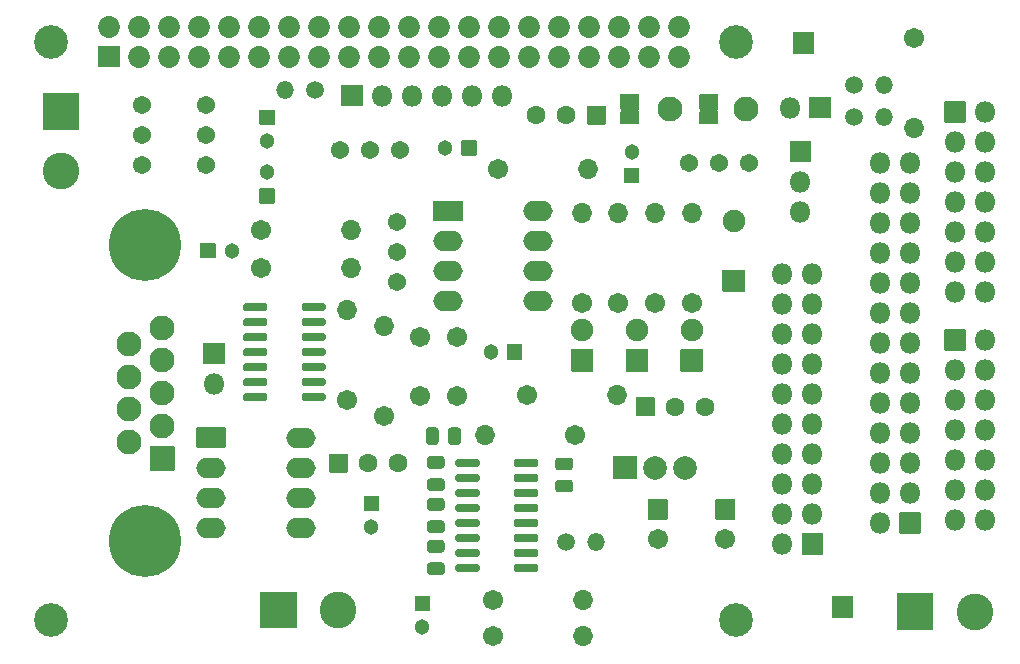
<source format=gbr>
G04 #@! TF.GenerationSoftware,KiCad,Pcbnew,(5.1.8)-1*
G04 #@! TF.CreationDate,2021-03-28T20:40:28+02:00*
G04 #@! TF.ProjectId,interface_MTM800E_V4,696e7465-7266-4616-9365-5f4d544d3830,V2*
G04 #@! TF.SameCoordinates,Original*
G04 #@! TF.FileFunction,Soldermask,Top*
G04 #@! TF.FilePolarity,Negative*
%FSLAX46Y46*%
G04 Gerber Fmt 4.6, Leading zero omitted, Abs format (unit mm)*
G04 Created by KiCad (PCBNEW (5.1.8)-1) date 2021-03-28 20:40:28*
%MOMM*%
%LPD*%
G01*
G04 APERTURE LIST*
%ADD10O,1.702000X1.702000*%
%ADD11C,1.702000*%
%ADD12O,1.502000X1.502000*%
%ADD13C,1.502000*%
%ADD14O,1.802000X1.802000*%
%ADD15C,2.102000*%
%ADD16C,1.302000*%
%ADD17C,0.100000*%
%ADD18C,2.852000*%
%ADD19C,1.852000*%
%ADD20O,1.902000X1.902000*%
%ADD21C,6.102000*%
%ADD22C,1.602000*%
%ADD23C,1.542000*%
%ADD24O,2.502000X1.702000*%
%ADD25C,3.102000*%
%ADD26C,2.012000*%
%ADD27C,1.902000*%
G04 APERTURE END LIST*
D10*
X94742000Y-101727000D03*
D11*
X87122000Y-101727000D03*
D12*
X95821500Y-93789500D03*
D13*
X93281500Y-93789500D03*
D10*
X94742000Y-98679000D03*
D11*
X87122000Y-98679000D03*
G36*
G01*
X112510000Y-52412000D02*
X112510000Y-50712000D01*
G75*
G02*
X112561000Y-50661000I51000J0D01*
G01*
X114261000Y-50661000D01*
G75*
G02*
X114312000Y-50712000I0J-51000D01*
G01*
X114312000Y-52412000D01*
G75*
G02*
X114261000Y-52463000I-51000J0D01*
G01*
X112561000Y-52463000D01*
G75*
G02*
X112510000Y-52412000I0J51000D01*
G01*
G37*
D14*
X128778000Y-91948000D03*
X126238000Y-91948000D03*
X128778000Y-89408000D03*
X126238000Y-89408000D03*
X128778000Y-86868000D03*
X126238000Y-86868000D03*
X128778000Y-84328000D03*
X126238000Y-84328000D03*
X128778000Y-81788000D03*
X126238000Y-81788000D03*
X128778000Y-79248000D03*
X126238000Y-79248000D03*
X128778000Y-76708000D03*
G36*
G01*
X125337000Y-77558000D02*
X125337000Y-75858000D01*
G75*
G02*
X125388000Y-75807000I51000J0D01*
G01*
X127088000Y-75807000D01*
G75*
G02*
X127139000Y-75858000I0J-51000D01*
G01*
X127139000Y-77558000D01*
G75*
G02*
X127088000Y-77609000I-51000J0D01*
G01*
X125388000Y-77609000D01*
G75*
G02*
X125337000Y-77558000I0J51000D01*
G01*
G37*
X128778000Y-72644000D03*
X126238000Y-72644000D03*
X128778000Y-70104000D03*
X126238000Y-70104000D03*
X128778000Y-67564000D03*
X126238000Y-67564000D03*
X128778000Y-65024000D03*
X126238000Y-65024000D03*
X128778000Y-62484000D03*
X126238000Y-62484000D03*
X128778000Y-59944000D03*
X126238000Y-59944000D03*
X128778000Y-57404000D03*
G36*
G01*
X125337000Y-58254000D02*
X125337000Y-56554000D01*
G75*
G02*
X125388000Y-56503000I51000J0D01*
G01*
X127088000Y-56503000D01*
G75*
G02*
X127139000Y-56554000I0J-51000D01*
G01*
X127139000Y-58254000D01*
G75*
G02*
X127088000Y-58305000I-51000J0D01*
G01*
X125388000Y-58305000D01*
G75*
G02*
X125337000Y-58254000I0J51000D01*
G01*
G37*
G36*
G01*
X115812000Y-100164000D02*
X115812000Y-98464000D01*
G75*
G02*
X115863000Y-98413000I51000J0D01*
G01*
X117563000Y-98413000D01*
G75*
G02*
X117614000Y-98464000I0J-51000D01*
G01*
X117614000Y-100164000D01*
G75*
G02*
X117563000Y-100215000I-51000J0D01*
G01*
X115863000Y-100215000D01*
G75*
G02*
X115812000Y-100164000I0J51000D01*
G01*
G37*
D15*
X108585000Y-57124600D03*
D12*
X69532500Y-55562500D03*
D13*
X72072500Y-55562500D03*
D16*
X68008500Y-62516000D03*
G36*
G01*
X68608501Y-65167000D02*
X67408499Y-65167000D01*
G75*
G02*
X67357500Y-65116001I0J50999D01*
G01*
X67357500Y-63915999D01*
G75*
G02*
X67408499Y-63865000I50999J0D01*
G01*
X68608501Y-63865000D01*
G75*
G02*
X68659500Y-63915999I0J-50999D01*
G01*
X68659500Y-65116001D01*
G75*
G02*
X68608501Y-65167000I-50999J0D01*
G01*
G37*
X68008500Y-59848500D03*
G36*
G01*
X67408499Y-57197500D02*
X68608501Y-57197500D01*
G75*
G02*
X68659500Y-57248499I0J-50999D01*
G01*
X68659500Y-58448501D01*
G75*
G02*
X68608501Y-58499500I-50999J0D01*
G01*
X67408499Y-58499500D01*
G75*
G02*
X67357500Y-58448501I0J50999D01*
G01*
X67357500Y-57248499D01*
G75*
G02*
X67408499Y-57197500I50999J0D01*
G01*
G37*
D10*
X122809000Y-58737500D03*
D11*
X122809000Y-51117500D03*
D10*
X77914500Y-75501500D03*
D11*
X77914500Y-83121500D03*
D10*
X74739500Y-74168000D03*
D11*
X74739500Y-81788000D03*
D17*
G36*
X104609980Y-57376650D02*
G01*
X104612882Y-57367083D01*
X104617595Y-57358266D01*
X104623938Y-57350538D01*
X104631710Y-57344165D01*
X105381710Y-56844165D01*
X105390532Y-56839462D01*
X105400103Y-56836570D01*
X105410053Y-56835600D01*
X105420002Y-56836590D01*
X105429566Y-56839503D01*
X105438290Y-56844165D01*
X106188290Y-57344165D01*
X106196025Y-57350500D01*
X106202375Y-57358222D01*
X106207097Y-57367034D01*
X106210010Y-57376598D01*
X106211000Y-57386600D01*
X106211000Y-58386600D01*
X106210020Y-58396550D01*
X106207118Y-58406117D01*
X106202405Y-58414934D01*
X106196062Y-58422662D01*
X106188334Y-58429005D01*
X106179517Y-58433718D01*
X106169950Y-58436620D01*
X106160000Y-58437600D01*
X104660000Y-58437600D01*
X104650050Y-58436620D01*
X104640483Y-58433718D01*
X104631666Y-58429005D01*
X104623938Y-58422662D01*
X104617595Y-58414934D01*
X104612882Y-58406117D01*
X104609980Y-58396550D01*
X104609000Y-58386600D01*
X104609000Y-57386600D01*
X104609980Y-57376650D01*
G37*
G36*
X104609980Y-55926650D02*
G01*
X104612882Y-55917083D01*
X104617595Y-55908266D01*
X104623938Y-55900538D01*
X104631666Y-55894195D01*
X104640483Y-55889482D01*
X104650050Y-55886580D01*
X104660000Y-55885600D01*
X106160000Y-55885600D01*
X106169950Y-55886580D01*
X106179517Y-55889482D01*
X106188334Y-55894195D01*
X106196062Y-55900538D01*
X106202405Y-55908266D01*
X106207118Y-55917083D01*
X106210020Y-55926650D01*
X106211000Y-55936600D01*
X106211000Y-57086600D01*
X106210020Y-57096550D01*
X106207118Y-57106117D01*
X106202405Y-57114934D01*
X106196062Y-57122662D01*
X106188334Y-57129005D01*
X106179517Y-57133718D01*
X106169950Y-57136620D01*
X106160000Y-57137600D01*
X106150050Y-57136620D01*
X106140483Y-57133718D01*
X106131710Y-57129035D01*
X105410000Y-56647895D01*
X104688290Y-57129035D01*
X104679468Y-57133738D01*
X104669897Y-57136630D01*
X104659947Y-57137600D01*
X104649998Y-57136610D01*
X104640434Y-57133697D01*
X104631622Y-57128975D01*
X104623900Y-57122625D01*
X104617565Y-57114890D01*
X104612862Y-57106068D01*
X104609970Y-57096497D01*
X104609000Y-57086600D01*
X104609000Y-55936600D01*
X104609980Y-55926650D01*
G37*
D18*
X107740000Y-100435000D03*
X49740000Y-100435000D03*
X107740000Y-51435000D03*
X49740000Y-51435000D03*
D19*
X102870000Y-52705000D03*
X102870000Y-50165000D03*
X100330000Y-52705000D03*
X100330000Y-50165000D03*
X97790000Y-52705000D03*
X97790000Y-50165000D03*
X95250000Y-52705000D03*
X95250000Y-50165000D03*
X92710000Y-52705000D03*
X92710000Y-50165000D03*
X85090000Y-50165000D03*
X85090000Y-52705000D03*
X80010000Y-50165000D03*
X80010000Y-52705000D03*
X77470000Y-50165000D03*
X77470000Y-52705000D03*
X74930000Y-50165000D03*
X74930000Y-52705000D03*
X72390000Y-50165000D03*
X72390000Y-52705000D03*
X69850000Y-50165000D03*
X69850000Y-52705000D03*
X67310000Y-50165000D03*
X67310000Y-52705000D03*
X64770000Y-50165000D03*
X64770000Y-52705000D03*
X62230000Y-50165000D03*
X62230000Y-52705000D03*
X59690000Y-50165000D03*
X59690000Y-52705000D03*
X57150000Y-50165000D03*
X57150000Y-52705000D03*
X54610000Y-50165000D03*
G36*
G01*
X53684000Y-53580000D02*
X53684000Y-51830000D01*
G75*
G02*
X53735000Y-51779000I51000J0D01*
G01*
X55485000Y-51779000D01*
G75*
G02*
X55536000Y-51830000I0J-51000D01*
G01*
X55536000Y-53580000D01*
G75*
G02*
X55485000Y-53631000I-51000J0D01*
G01*
X53735000Y-53631000D01*
G75*
G02*
X53684000Y-53580000I0J51000D01*
G01*
G37*
X82550000Y-52705000D03*
X82550000Y-50165000D03*
X90170000Y-50165000D03*
X90170000Y-52705000D03*
X87630000Y-50165000D03*
X87630000Y-52705000D03*
D16*
X64992000Y-69151500D03*
G36*
G01*
X62341000Y-69751501D02*
X62341000Y-68551499D01*
G75*
G02*
X62391999Y-68500500I50999J0D01*
G01*
X63592001Y-68500500D01*
G75*
G02*
X63643000Y-68551499I0J-50999D01*
G01*
X63643000Y-69751501D01*
G75*
G02*
X63592001Y-69802500I-50999J0D01*
G01*
X62391999Y-69802500D01*
G75*
G02*
X62341000Y-69751501I0J50999D01*
G01*
G37*
D10*
X100838000Y-65913000D03*
D11*
X100838000Y-73533000D03*
D12*
X120269000Y-57785000D03*
D13*
X117729000Y-57785000D03*
D12*
X120269000Y-55118000D03*
D13*
X117729000Y-55118000D03*
D20*
X107505500Y-66611500D03*
G36*
G01*
X108405500Y-72642500D02*
X106605500Y-72642500D01*
G75*
G02*
X106554500Y-72591500I0J51000D01*
G01*
X106554500Y-70791500D01*
G75*
G02*
X106605500Y-70740500I51000J0D01*
G01*
X108405500Y-70740500D01*
G75*
G02*
X108456500Y-70791500I0J-51000D01*
G01*
X108456500Y-72591500D01*
G75*
G02*
X108405500Y-72642500I-51000J0D01*
G01*
G37*
D14*
X63500000Y-80391000D03*
G36*
G01*
X62599000Y-78701000D02*
X62599000Y-77001000D01*
G75*
G02*
X62650000Y-76950000I51000J0D01*
G01*
X64350000Y-76950000D01*
G75*
G02*
X64401000Y-77001000I0J-51000D01*
G01*
X64401000Y-78701000D01*
G75*
G02*
X64350000Y-78752000I-51000J0D01*
G01*
X62650000Y-78752000D01*
G75*
G02*
X62599000Y-78701000I0J51000D01*
G01*
G37*
X113157000Y-65849500D03*
X113157000Y-63309500D03*
G36*
G01*
X112256000Y-61619500D02*
X112256000Y-59919500D01*
G75*
G02*
X112307000Y-59868500I51000J0D01*
G01*
X114007000Y-59868500D01*
G75*
G02*
X114058000Y-59919500I0J-51000D01*
G01*
X114058000Y-61619500D01*
G75*
G02*
X114007000Y-61670500I-51000J0D01*
G01*
X112307000Y-61670500D01*
G75*
G02*
X112256000Y-61619500I0J51000D01*
G01*
G37*
X112268000Y-57023000D03*
G36*
G01*
X113958000Y-56122000D02*
X115658000Y-56122000D01*
G75*
G02*
X115709000Y-56173000I0J-51000D01*
G01*
X115709000Y-57873000D01*
G75*
G02*
X115658000Y-57924000I-51000J0D01*
G01*
X113958000Y-57924000D01*
G75*
G02*
X113907000Y-57873000I0J51000D01*
G01*
X113907000Y-56173000D01*
G75*
G02*
X113958000Y-56122000I51000J0D01*
G01*
G37*
G36*
G01*
X70918000Y-74089500D02*
X70918000Y-73738500D01*
G75*
G02*
X71093500Y-73563000I175500J0D01*
G01*
X72794500Y-73563000D01*
G75*
G02*
X72970000Y-73738500I0J-175500D01*
G01*
X72970000Y-74089500D01*
G75*
G02*
X72794500Y-74265000I-175500J0D01*
G01*
X71093500Y-74265000D01*
G75*
G02*
X70918000Y-74089500I0J175500D01*
G01*
G37*
G36*
G01*
X70918000Y-75359500D02*
X70918000Y-75008500D01*
G75*
G02*
X71093500Y-74833000I175500J0D01*
G01*
X72794500Y-74833000D01*
G75*
G02*
X72970000Y-75008500I0J-175500D01*
G01*
X72970000Y-75359500D01*
G75*
G02*
X72794500Y-75535000I-175500J0D01*
G01*
X71093500Y-75535000D01*
G75*
G02*
X70918000Y-75359500I0J175500D01*
G01*
G37*
G36*
G01*
X70918000Y-76629500D02*
X70918000Y-76278500D01*
G75*
G02*
X71093500Y-76103000I175500J0D01*
G01*
X72794500Y-76103000D01*
G75*
G02*
X72970000Y-76278500I0J-175500D01*
G01*
X72970000Y-76629500D01*
G75*
G02*
X72794500Y-76805000I-175500J0D01*
G01*
X71093500Y-76805000D01*
G75*
G02*
X70918000Y-76629500I0J175500D01*
G01*
G37*
G36*
G01*
X70918000Y-77899500D02*
X70918000Y-77548500D01*
G75*
G02*
X71093500Y-77373000I175500J0D01*
G01*
X72794500Y-77373000D01*
G75*
G02*
X72970000Y-77548500I0J-175500D01*
G01*
X72970000Y-77899500D01*
G75*
G02*
X72794500Y-78075000I-175500J0D01*
G01*
X71093500Y-78075000D01*
G75*
G02*
X70918000Y-77899500I0J175500D01*
G01*
G37*
G36*
G01*
X70918000Y-79169500D02*
X70918000Y-78818500D01*
G75*
G02*
X71093500Y-78643000I175500J0D01*
G01*
X72794500Y-78643000D01*
G75*
G02*
X72970000Y-78818500I0J-175500D01*
G01*
X72970000Y-79169500D01*
G75*
G02*
X72794500Y-79345000I-175500J0D01*
G01*
X71093500Y-79345000D01*
G75*
G02*
X70918000Y-79169500I0J175500D01*
G01*
G37*
G36*
G01*
X70918000Y-80439500D02*
X70918000Y-80088500D01*
G75*
G02*
X71093500Y-79913000I175500J0D01*
G01*
X72794500Y-79913000D01*
G75*
G02*
X72970000Y-80088500I0J-175500D01*
G01*
X72970000Y-80439500D01*
G75*
G02*
X72794500Y-80615000I-175500J0D01*
G01*
X71093500Y-80615000D01*
G75*
G02*
X70918000Y-80439500I0J175500D01*
G01*
G37*
G36*
G01*
X70918000Y-81709500D02*
X70918000Y-81358500D01*
G75*
G02*
X71093500Y-81183000I175500J0D01*
G01*
X72794500Y-81183000D01*
G75*
G02*
X72970000Y-81358500I0J-175500D01*
G01*
X72970000Y-81709500D01*
G75*
G02*
X72794500Y-81885000I-175500J0D01*
G01*
X71093500Y-81885000D01*
G75*
G02*
X70918000Y-81709500I0J175500D01*
G01*
G37*
G36*
G01*
X65968000Y-81709500D02*
X65968000Y-81358500D01*
G75*
G02*
X66143500Y-81183000I175500J0D01*
G01*
X67844500Y-81183000D01*
G75*
G02*
X68020000Y-81358500I0J-175500D01*
G01*
X68020000Y-81709500D01*
G75*
G02*
X67844500Y-81885000I-175500J0D01*
G01*
X66143500Y-81885000D01*
G75*
G02*
X65968000Y-81709500I0J175500D01*
G01*
G37*
G36*
G01*
X65968000Y-80439500D02*
X65968000Y-80088500D01*
G75*
G02*
X66143500Y-79913000I175500J0D01*
G01*
X67844500Y-79913000D01*
G75*
G02*
X68020000Y-80088500I0J-175500D01*
G01*
X68020000Y-80439500D01*
G75*
G02*
X67844500Y-80615000I-175500J0D01*
G01*
X66143500Y-80615000D01*
G75*
G02*
X65968000Y-80439500I0J175500D01*
G01*
G37*
G36*
G01*
X65968000Y-79169500D02*
X65968000Y-78818500D01*
G75*
G02*
X66143500Y-78643000I175500J0D01*
G01*
X67844500Y-78643000D01*
G75*
G02*
X68020000Y-78818500I0J-175500D01*
G01*
X68020000Y-79169500D01*
G75*
G02*
X67844500Y-79345000I-175500J0D01*
G01*
X66143500Y-79345000D01*
G75*
G02*
X65968000Y-79169500I0J175500D01*
G01*
G37*
G36*
G01*
X65968000Y-77899500D02*
X65968000Y-77548500D01*
G75*
G02*
X66143500Y-77373000I175500J0D01*
G01*
X67844500Y-77373000D01*
G75*
G02*
X68020000Y-77548500I0J-175500D01*
G01*
X68020000Y-77899500D01*
G75*
G02*
X67844500Y-78075000I-175500J0D01*
G01*
X66143500Y-78075000D01*
G75*
G02*
X65968000Y-77899500I0J175500D01*
G01*
G37*
G36*
G01*
X65968000Y-76629500D02*
X65968000Y-76278500D01*
G75*
G02*
X66143500Y-76103000I175500J0D01*
G01*
X67844500Y-76103000D01*
G75*
G02*
X68020000Y-76278500I0J-175500D01*
G01*
X68020000Y-76629500D01*
G75*
G02*
X67844500Y-76805000I-175500J0D01*
G01*
X66143500Y-76805000D01*
G75*
G02*
X65968000Y-76629500I0J175500D01*
G01*
G37*
G36*
G01*
X65968000Y-75359500D02*
X65968000Y-75008500D01*
G75*
G02*
X66143500Y-74833000I175500J0D01*
G01*
X67844500Y-74833000D01*
G75*
G02*
X68020000Y-75008500I0J-175500D01*
G01*
X68020000Y-75359500D01*
G75*
G02*
X67844500Y-75535000I-175500J0D01*
G01*
X66143500Y-75535000D01*
G75*
G02*
X65968000Y-75359500I0J175500D01*
G01*
G37*
G36*
G01*
X65968000Y-74089500D02*
X65968000Y-73738500D01*
G75*
G02*
X66143500Y-73563000I175500J0D01*
G01*
X67844500Y-73563000D01*
G75*
G02*
X68020000Y-73738500I0J-175500D01*
G01*
X68020000Y-74089500D01*
G75*
G02*
X67844500Y-74265000I-175500J0D01*
G01*
X66143500Y-74265000D01*
G75*
G02*
X65968000Y-74089500I0J175500D01*
G01*
G37*
D21*
X57698500Y-93701000D03*
X57698500Y-68701000D03*
D15*
X56278500Y-77046000D03*
X56278500Y-79816000D03*
X56278500Y-82586000D03*
X56278500Y-85356000D03*
X59118500Y-75661000D03*
X59118500Y-78431000D03*
X59118500Y-81201000D03*
X59118500Y-83971000D03*
G36*
G01*
X58118500Y-85690000D02*
X60118500Y-85690000D01*
G75*
G02*
X60169500Y-85741000I0J-51000D01*
G01*
X60169500Y-87741000D01*
G75*
G02*
X60118500Y-87792000I-51000J0D01*
G01*
X58118500Y-87792000D01*
G75*
G02*
X58067500Y-87741000I0J51000D01*
G01*
X58067500Y-85741000D01*
G75*
G02*
X58118500Y-85690000I51000J0D01*
G01*
G37*
G36*
G01*
X74791000Y-87923000D02*
X73291000Y-87923000D01*
G75*
G02*
X73240000Y-87872000I0J51000D01*
G01*
X73240000Y-86372000D01*
G75*
G02*
X73291000Y-86321000I51000J0D01*
G01*
X74791000Y-86321000D01*
G75*
G02*
X74842000Y-86372000I0J-51000D01*
G01*
X74842000Y-87872000D01*
G75*
G02*
X74791000Y-87923000I-51000J0D01*
G01*
G37*
D22*
X79121000Y-87122000D03*
X76581000Y-87122000D03*
D23*
X57404000Y-56832500D03*
X57404000Y-59372500D03*
X57404000Y-61912500D03*
X62865000Y-56832500D03*
X62865000Y-59372500D03*
X62865000Y-61912500D03*
D24*
X70866000Y-84963000D03*
X63246000Y-92583000D03*
X70866000Y-87503000D03*
X63246000Y-90043000D03*
X70866000Y-90043000D03*
X63246000Y-87503000D03*
X70866000Y-92583000D03*
G36*
G01*
X61995000Y-85763000D02*
X61995000Y-84163000D01*
G75*
G02*
X62046000Y-84112000I51000J0D01*
G01*
X64446000Y-84112000D01*
G75*
G02*
X64497000Y-84163000I0J-51000D01*
G01*
X64497000Y-85763000D01*
G75*
G02*
X64446000Y-85814000I-51000J0D01*
G01*
X62046000Y-85814000D01*
G75*
G02*
X61995000Y-85763000I0J51000D01*
G01*
G37*
D10*
X75120500Y-70612000D03*
D11*
X67500500Y-70612000D03*
D10*
X75120500Y-67373500D03*
D11*
X67500500Y-67373500D03*
D25*
X74041000Y-99568000D03*
G36*
G01*
X67410000Y-101068000D02*
X67410000Y-98068000D01*
G75*
G02*
X67461000Y-98017000I51000J0D01*
G01*
X70461000Y-98017000D01*
G75*
G02*
X70512000Y-98068000I0J-51000D01*
G01*
X70512000Y-101068000D01*
G75*
G02*
X70461000Y-101119000I-51000J0D01*
G01*
X67461000Y-101119000D01*
G75*
G02*
X67410000Y-101068000I0J51000D01*
G01*
G37*
D16*
X76835000Y-92551000D03*
G36*
G01*
X76234999Y-89900000D02*
X77435001Y-89900000D01*
G75*
G02*
X77486000Y-89950999I0J-50999D01*
G01*
X77486000Y-91151001D01*
G75*
G02*
X77435001Y-91202000I-50999J0D01*
G01*
X76234999Y-91202000D01*
G75*
G02*
X76184000Y-91151001I0J50999D01*
G01*
X76184000Y-89950999D01*
G75*
G02*
X76234999Y-89900000I50999J0D01*
G01*
G37*
X86963500Y-77724000D03*
G36*
G01*
X89614500Y-77123999D02*
X89614500Y-78324001D01*
G75*
G02*
X89563501Y-78375000I-50999J0D01*
G01*
X88363499Y-78375000D01*
G75*
G02*
X88312500Y-78324001I0J50999D01*
G01*
X88312500Y-77123999D01*
G75*
G02*
X88363499Y-77073000I50999J0D01*
G01*
X89563501Y-77073000D01*
G75*
G02*
X89614500Y-77123999I0J-50999D01*
G01*
G37*
X81153000Y-100996500D03*
G36*
G01*
X80552999Y-98345500D02*
X81753001Y-98345500D01*
G75*
G02*
X81804000Y-98396499I0J-50999D01*
G01*
X81804000Y-99596501D01*
G75*
G02*
X81753001Y-99647500I-50999J0D01*
G01*
X80552999Y-99647500D01*
G75*
G02*
X80502000Y-99596501I0J50999D01*
G01*
X80502000Y-98396499D01*
G75*
G02*
X80552999Y-98345500I50999J0D01*
G01*
G37*
D11*
X80962500Y-76470500D03*
X80962500Y-81470500D03*
X84074000Y-76470500D03*
X84074000Y-81470500D03*
D25*
X50546000Y-62420500D03*
G36*
G01*
X49046000Y-55789500D02*
X52046000Y-55789500D01*
G75*
G02*
X52097000Y-55840500I0J-51000D01*
G01*
X52097000Y-58840500D01*
G75*
G02*
X52046000Y-58891500I-51000J0D01*
G01*
X49046000Y-58891500D01*
G75*
G02*
X48995000Y-58840500I0J51000D01*
G01*
X48995000Y-55840500D01*
G75*
G02*
X49046000Y-55789500I51000J0D01*
G01*
G37*
D10*
X97663000Y-81343500D03*
D11*
X90043000Y-81343500D03*
D25*
X127952500Y-99695000D03*
G36*
G01*
X121321500Y-101195000D02*
X121321500Y-98195000D01*
G75*
G02*
X121372500Y-98144000I51000J0D01*
G01*
X124372500Y-98144000D01*
G75*
G02*
X124423500Y-98195000I0J-51000D01*
G01*
X124423500Y-101195000D01*
G75*
G02*
X124372500Y-101246000I-51000J0D01*
G01*
X121372500Y-101246000D01*
G75*
G02*
X121321500Y-101195000I0J51000D01*
G01*
G37*
D14*
X119888000Y-61722000D03*
X122428000Y-61722000D03*
X119888000Y-64262000D03*
X122428000Y-64262000D03*
X119888000Y-66802000D03*
X122428000Y-66802000D03*
X119888000Y-69342000D03*
X122428000Y-69342000D03*
X119888000Y-71882000D03*
X122428000Y-71882000D03*
X119888000Y-74422000D03*
X122428000Y-74422000D03*
X119888000Y-76962000D03*
X122428000Y-76962000D03*
X119888000Y-79502000D03*
X122428000Y-79502000D03*
X119888000Y-82042000D03*
X122428000Y-82042000D03*
X119888000Y-84582000D03*
X122428000Y-84582000D03*
X119888000Y-87122000D03*
X122428000Y-87122000D03*
X119888000Y-89662000D03*
X122428000Y-89662000D03*
X119888000Y-92202000D03*
G36*
G01*
X123329000Y-91352000D02*
X123329000Y-93052000D01*
G75*
G02*
X123278000Y-93103000I-51000J0D01*
G01*
X121578000Y-93103000D01*
G75*
G02*
X121527000Y-93052000I0J51000D01*
G01*
X121527000Y-91352000D01*
G75*
G02*
X121578000Y-91301000I51000J0D01*
G01*
X123278000Y-91301000D01*
G75*
G02*
X123329000Y-91352000I0J-51000D01*
G01*
G37*
D16*
X83090000Y-60452000D03*
G36*
G01*
X85741000Y-59851999D02*
X85741000Y-61052001D01*
G75*
G02*
X85690001Y-61103000I-50999J0D01*
G01*
X84489999Y-61103000D01*
G75*
G02*
X84439000Y-61052001I0J50999D01*
G01*
X84439000Y-59851999D01*
G75*
G02*
X84489999Y-59801000I50999J0D01*
G01*
X85690001Y-59801000D01*
G75*
G02*
X85741000Y-59851999I0J-50999D01*
G01*
G37*
X98869500Y-60801500D03*
G36*
G01*
X99469501Y-63452500D02*
X98269499Y-63452500D01*
G75*
G02*
X98218500Y-63401501I0J50999D01*
G01*
X98218500Y-62201499D01*
G75*
G02*
X98269499Y-62150500I50999J0D01*
G01*
X99469501Y-62150500D01*
G75*
G02*
X99520500Y-62201499I0J-50999D01*
G01*
X99520500Y-63401501D01*
G75*
G02*
X99469501Y-63452500I-50999J0D01*
G01*
G37*
D17*
G36*
X97904380Y-57390450D02*
G01*
X97907282Y-57380883D01*
X97911995Y-57372066D01*
X97918338Y-57364338D01*
X97926110Y-57357965D01*
X98676110Y-56857965D01*
X98684932Y-56853262D01*
X98694503Y-56850370D01*
X98704453Y-56849400D01*
X98714402Y-56850390D01*
X98723966Y-56853303D01*
X98732690Y-56857965D01*
X99482690Y-57357965D01*
X99490425Y-57364300D01*
X99496775Y-57372022D01*
X99501497Y-57380834D01*
X99504410Y-57390398D01*
X99505400Y-57400400D01*
X99505400Y-58400400D01*
X99504420Y-58410350D01*
X99501518Y-58419917D01*
X99496805Y-58428734D01*
X99490462Y-58436462D01*
X99482734Y-58442805D01*
X99473917Y-58447518D01*
X99464350Y-58450420D01*
X99454400Y-58451400D01*
X97954400Y-58451400D01*
X97944450Y-58450420D01*
X97934883Y-58447518D01*
X97926066Y-58442805D01*
X97918338Y-58436462D01*
X97911995Y-58428734D01*
X97907282Y-58419917D01*
X97904380Y-58410350D01*
X97903400Y-58400400D01*
X97903400Y-57400400D01*
X97904380Y-57390450D01*
G37*
G36*
X97904380Y-55940450D02*
G01*
X97907282Y-55930883D01*
X97911995Y-55922066D01*
X97918338Y-55914338D01*
X97926066Y-55907995D01*
X97934883Y-55903282D01*
X97944450Y-55900380D01*
X97954400Y-55899400D01*
X99454400Y-55899400D01*
X99464350Y-55900380D01*
X99473917Y-55903282D01*
X99482734Y-55907995D01*
X99490462Y-55914338D01*
X99496805Y-55922066D01*
X99501518Y-55930883D01*
X99504420Y-55940450D01*
X99505400Y-55950400D01*
X99505400Y-57100400D01*
X99504420Y-57110350D01*
X99501518Y-57119917D01*
X99496805Y-57128734D01*
X99490462Y-57136462D01*
X99482734Y-57142805D01*
X99473917Y-57147518D01*
X99464350Y-57150420D01*
X99454400Y-57151400D01*
X99444450Y-57150420D01*
X99434883Y-57147518D01*
X99426110Y-57142835D01*
X98704400Y-56661695D01*
X97982690Y-57142835D01*
X97973868Y-57147538D01*
X97964297Y-57150430D01*
X97954347Y-57151400D01*
X97944398Y-57150410D01*
X97934834Y-57147497D01*
X97926022Y-57142775D01*
X97918300Y-57136425D01*
X97911965Y-57128690D01*
X97907262Y-57119868D01*
X97904370Y-57110297D01*
X97903400Y-57100400D01*
X97903400Y-55950400D01*
X97904380Y-55940450D01*
G37*
D10*
X103949500Y-65913000D03*
D11*
X103949500Y-73533000D03*
G36*
G01*
X100762500Y-83160500D02*
X99262500Y-83160500D01*
G75*
G02*
X99211500Y-83109500I0J51000D01*
G01*
X99211500Y-81609500D01*
G75*
G02*
X99262500Y-81558500I51000J0D01*
G01*
X100762500Y-81558500D01*
G75*
G02*
X100813500Y-81609500I0J-51000D01*
G01*
X100813500Y-83109500D01*
G75*
G02*
X100762500Y-83160500I-51000J0D01*
G01*
G37*
D22*
X105092500Y-82359500D03*
X102552500Y-82359500D03*
G36*
G01*
X92672750Y-88537000D02*
X93636250Y-88537000D01*
G75*
G02*
X93905500Y-88806250I0J-269250D01*
G01*
X93905500Y-89344750D01*
G75*
G02*
X93636250Y-89614000I-269250J0D01*
G01*
X92672750Y-89614000D01*
G75*
G02*
X92403500Y-89344750I0J269250D01*
G01*
X92403500Y-88806250D01*
G75*
G02*
X92672750Y-88537000I269250J0D01*
G01*
G37*
G36*
G01*
X92672750Y-86662000D02*
X93636250Y-86662000D01*
G75*
G02*
X93905500Y-86931250I0J-269250D01*
G01*
X93905500Y-87469750D01*
G75*
G02*
X93636250Y-87739000I-269250J0D01*
G01*
X92672750Y-87739000D01*
G75*
G02*
X92403500Y-87469750I0J269250D01*
G01*
X92403500Y-86931250D01*
G75*
G02*
X92672750Y-86662000I269250J0D01*
G01*
G37*
D15*
X102108000Y-57150000D03*
D14*
X111633000Y-71120000D03*
X114173000Y-71120000D03*
X111633000Y-73660000D03*
X114173000Y-73660000D03*
X111633000Y-76200000D03*
X114173000Y-76200000D03*
X111633000Y-78740000D03*
X114173000Y-78740000D03*
X111633000Y-81280000D03*
X114173000Y-81280000D03*
X111633000Y-83820000D03*
X114173000Y-83820000D03*
X111633000Y-86360000D03*
X114173000Y-86360000D03*
X111633000Y-88900000D03*
X114173000Y-88900000D03*
X111633000Y-91440000D03*
X114173000Y-91440000D03*
X111633000Y-93980000D03*
G36*
G01*
X115074000Y-93130000D02*
X115074000Y-94830000D01*
G75*
G02*
X115023000Y-94881000I-51000J0D01*
G01*
X113323000Y-94881000D01*
G75*
G02*
X113272000Y-94830000I0J51000D01*
G01*
X113272000Y-93130000D01*
G75*
G02*
X113323000Y-93079000I51000J0D01*
G01*
X115023000Y-93079000D01*
G75*
G02*
X115074000Y-93130000I0J-51000D01*
G01*
G37*
G36*
G01*
X97292000Y-88458000D02*
X97292000Y-86548000D01*
G75*
G02*
X97343000Y-86497000I51000J0D01*
G01*
X99253000Y-86497000D01*
G75*
G02*
X99304000Y-86548000I0J-51000D01*
G01*
X99304000Y-88458000D01*
G75*
G02*
X99253000Y-88509000I-51000J0D01*
G01*
X97343000Y-88509000D01*
G75*
G02*
X97292000Y-88458000I0J51000D01*
G01*
G37*
D26*
X100848000Y-87503000D03*
X103398000Y-87503000D03*
G36*
G01*
X88890000Y-87297500D02*
X88890000Y-86946500D01*
G75*
G02*
X89065500Y-86771000I175500J0D01*
G01*
X90766500Y-86771000D01*
G75*
G02*
X90942000Y-86946500I0J-175500D01*
G01*
X90942000Y-87297500D01*
G75*
G02*
X90766500Y-87473000I-175500J0D01*
G01*
X89065500Y-87473000D01*
G75*
G02*
X88890000Y-87297500I0J175500D01*
G01*
G37*
G36*
G01*
X88890000Y-88567500D02*
X88890000Y-88216500D01*
G75*
G02*
X89065500Y-88041000I175500J0D01*
G01*
X90766500Y-88041000D01*
G75*
G02*
X90942000Y-88216500I0J-175500D01*
G01*
X90942000Y-88567500D01*
G75*
G02*
X90766500Y-88743000I-175500J0D01*
G01*
X89065500Y-88743000D01*
G75*
G02*
X88890000Y-88567500I0J175500D01*
G01*
G37*
G36*
G01*
X88890000Y-89837500D02*
X88890000Y-89486500D01*
G75*
G02*
X89065500Y-89311000I175500J0D01*
G01*
X90766500Y-89311000D01*
G75*
G02*
X90942000Y-89486500I0J-175500D01*
G01*
X90942000Y-89837500D01*
G75*
G02*
X90766500Y-90013000I-175500J0D01*
G01*
X89065500Y-90013000D01*
G75*
G02*
X88890000Y-89837500I0J175500D01*
G01*
G37*
G36*
G01*
X88890000Y-91107500D02*
X88890000Y-90756500D01*
G75*
G02*
X89065500Y-90581000I175500J0D01*
G01*
X90766500Y-90581000D01*
G75*
G02*
X90942000Y-90756500I0J-175500D01*
G01*
X90942000Y-91107500D01*
G75*
G02*
X90766500Y-91283000I-175500J0D01*
G01*
X89065500Y-91283000D01*
G75*
G02*
X88890000Y-91107500I0J175500D01*
G01*
G37*
G36*
G01*
X88890000Y-92377500D02*
X88890000Y-92026500D01*
G75*
G02*
X89065500Y-91851000I175500J0D01*
G01*
X90766500Y-91851000D01*
G75*
G02*
X90942000Y-92026500I0J-175500D01*
G01*
X90942000Y-92377500D01*
G75*
G02*
X90766500Y-92553000I-175500J0D01*
G01*
X89065500Y-92553000D01*
G75*
G02*
X88890000Y-92377500I0J175500D01*
G01*
G37*
G36*
G01*
X88890000Y-93647500D02*
X88890000Y-93296500D01*
G75*
G02*
X89065500Y-93121000I175500J0D01*
G01*
X90766500Y-93121000D01*
G75*
G02*
X90942000Y-93296500I0J-175500D01*
G01*
X90942000Y-93647500D01*
G75*
G02*
X90766500Y-93823000I-175500J0D01*
G01*
X89065500Y-93823000D01*
G75*
G02*
X88890000Y-93647500I0J175500D01*
G01*
G37*
G36*
G01*
X88890000Y-94917500D02*
X88890000Y-94566500D01*
G75*
G02*
X89065500Y-94391000I175500J0D01*
G01*
X90766500Y-94391000D01*
G75*
G02*
X90942000Y-94566500I0J-175500D01*
G01*
X90942000Y-94917500D01*
G75*
G02*
X90766500Y-95093000I-175500J0D01*
G01*
X89065500Y-95093000D01*
G75*
G02*
X88890000Y-94917500I0J175500D01*
G01*
G37*
G36*
G01*
X88890000Y-96187500D02*
X88890000Y-95836500D01*
G75*
G02*
X89065500Y-95661000I175500J0D01*
G01*
X90766500Y-95661000D01*
G75*
G02*
X90942000Y-95836500I0J-175500D01*
G01*
X90942000Y-96187500D01*
G75*
G02*
X90766500Y-96363000I-175500J0D01*
G01*
X89065500Y-96363000D01*
G75*
G02*
X88890000Y-96187500I0J175500D01*
G01*
G37*
G36*
G01*
X83940000Y-96187500D02*
X83940000Y-95836500D01*
G75*
G02*
X84115500Y-95661000I175500J0D01*
G01*
X85816500Y-95661000D01*
G75*
G02*
X85992000Y-95836500I0J-175500D01*
G01*
X85992000Y-96187500D01*
G75*
G02*
X85816500Y-96363000I-175500J0D01*
G01*
X84115500Y-96363000D01*
G75*
G02*
X83940000Y-96187500I0J175500D01*
G01*
G37*
G36*
G01*
X83940000Y-94917500D02*
X83940000Y-94566500D01*
G75*
G02*
X84115500Y-94391000I175500J0D01*
G01*
X85816500Y-94391000D01*
G75*
G02*
X85992000Y-94566500I0J-175500D01*
G01*
X85992000Y-94917500D01*
G75*
G02*
X85816500Y-95093000I-175500J0D01*
G01*
X84115500Y-95093000D01*
G75*
G02*
X83940000Y-94917500I0J175500D01*
G01*
G37*
G36*
G01*
X83940000Y-93647500D02*
X83940000Y-93296500D01*
G75*
G02*
X84115500Y-93121000I175500J0D01*
G01*
X85816500Y-93121000D01*
G75*
G02*
X85992000Y-93296500I0J-175500D01*
G01*
X85992000Y-93647500D01*
G75*
G02*
X85816500Y-93823000I-175500J0D01*
G01*
X84115500Y-93823000D01*
G75*
G02*
X83940000Y-93647500I0J175500D01*
G01*
G37*
G36*
G01*
X83940000Y-92377500D02*
X83940000Y-92026500D01*
G75*
G02*
X84115500Y-91851000I175500J0D01*
G01*
X85816500Y-91851000D01*
G75*
G02*
X85992000Y-92026500I0J-175500D01*
G01*
X85992000Y-92377500D01*
G75*
G02*
X85816500Y-92553000I-175500J0D01*
G01*
X84115500Y-92553000D01*
G75*
G02*
X83940000Y-92377500I0J175500D01*
G01*
G37*
G36*
G01*
X83940000Y-91107500D02*
X83940000Y-90756500D01*
G75*
G02*
X84115500Y-90581000I175500J0D01*
G01*
X85816500Y-90581000D01*
G75*
G02*
X85992000Y-90756500I0J-175500D01*
G01*
X85992000Y-91107500D01*
G75*
G02*
X85816500Y-91283000I-175500J0D01*
G01*
X84115500Y-91283000D01*
G75*
G02*
X83940000Y-91107500I0J175500D01*
G01*
G37*
G36*
G01*
X83940000Y-89837500D02*
X83940000Y-89486500D01*
G75*
G02*
X84115500Y-89311000I175500J0D01*
G01*
X85816500Y-89311000D01*
G75*
G02*
X85992000Y-89486500I0J-175500D01*
G01*
X85992000Y-89837500D01*
G75*
G02*
X85816500Y-90013000I-175500J0D01*
G01*
X84115500Y-90013000D01*
G75*
G02*
X83940000Y-89837500I0J175500D01*
G01*
G37*
G36*
G01*
X83940000Y-88567500D02*
X83940000Y-88216500D01*
G75*
G02*
X84115500Y-88041000I175500J0D01*
G01*
X85816500Y-88041000D01*
G75*
G02*
X85992000Y-88216500I0J-175500D01*
G01*
X85992000Y-88567500D01*
G75*
G02*
X85816500Y-88743000I-175500J0D01*
G01*
X84115500Y-88743000D01*
G75*
G02*
X83940000Y-88567500I0J175500D01*
G01*
G37*
G36*
G01*
X83940000Y-87297500D02*
X83940000Y-86946500D01*
G75*
G02*
X84115500Y-86771000I175500J0D01*
G01*
X85816500Y-86771000D01*
G75*
G02*
X85992000Y-86946500I0J-175500D01*
G01*
X85992000Y-87297500D01*
G75*
G02*
X85816500Y-87473000I-175500J0D01*
G01*
X84115500Y-87473000D01*
G75*
G02*
X83940000Y-87297500I0J175500D01*
G01*
G37*
D23*
X78994000Y-71818500D03*
X78994000Y-69278500D03*
X78994000Y-66738500D03*
G36*
G01*
X82532000Y-84354250D02*
X82532000Y-85317750D01*
G75*
G02*
X82262750Y-85587000I-269250J0D01*
G01*
X81724250Y-85587000D01*
G75*
G02*
X81455000Y-85317750I0J269250D01*
G01*
X81455000Y-84354250D01*
G75*
G02*
X81724250Y-84085000I269250J0D01*
G01*
X82262750Y-84085000D01*
G75*
G02*
X82532000Y-84354250I0J-269250D01*
G01*
G37*
G36*
G01*
X84407000Y-84354250D02*
X84407000Y-85317750D01*
G75*
G02*
X84137750Y-85587000I-269250J0D01*
G01*
X83599250Y-85587000D01*
G75*
G02*
X83330000Y-85317750I0J269250D01*
G01*
X83330000Y-84354250D01*
G75*
G02*
X83599250Y-84085000I269250J0D01*
G01*
X84137750Y-84085000D01*
G75*
G02*
X84407000Y-84354250I0J-269250D01*
G01*
G37*
G36*
G01*
X81814250Y-95522000D02*
X82777750Y-95522000D01*
G75*
G02*
X83047000Y-95791250I0J-269250D01*
G01*
X83047000Y-96329750D01*
G75*
G02*
X82777750Y-96599000I-269250J0D01*
G01*
X81814250Y-96599000D01*
G75*
G02*
X81545000Y-96329750I0J269250D01*
G01*
X81545000Y-95791250D01*
G75*
G02*
X81814250Y-95522000I269250J0D01*
G01*
G37*
G36*
G01*
X81814250Y-93647000D02*
X82777750Y-93647000D01*
G75*
G02*
X83047000Y-93916250I0J-269250D01*
G01*
X83047000Y-94454750D01*
G75*
G02*
X82777750Y-94724000I-269250J0D01*
G01*
X81814250Y-94724000D01*
G75*
G02*
X81545000Y-94454750I0J269250D01*
G01*
X81545000Y-93916250D01*
G75*
G02*
X81814250Y-93647000I269250J0D01*
G01*
G37*
G36*
G01*
X81814250Y-91966000D02*
X82777750Y-91966000D01*
G75*
G02*
X83047000Y-92235250I0J-269250D01*
G01*
X83047000Y-92773750D01*
G75*
G02*
X82777750Y-93043000I-269250J0D01*
G01*
X81814250Y-93043000D01*
G75*
G02*
X81545000Y-92773750I0J269250D01*
G01*
X81545000Y-92235250D01*
G75*
G02*
X81814250Y-91966000I269250J0D01*
G01*
G37*
G36*
G01*
X81814250Y-90091000D02*
X82777750Y-90091000D01*
G75*
G02*
X83047000Y-90360250I0J-269250D01*
G01*
X83047000Y-90898750D01*
G75*
G02*
X82777750Y-91168000I-269250J0D01*
G01*
X81814250Y-91168000D01*
G75*
G02*
X81545000Y-90898750I0J269250D01*
G01*
X81545000Y-90360250D01*
G75*
G02*
X81814250Y-90091000I269250J0D01*
G01*
G37*
G36*
G01*
X81814250Y-88410000D02*
X82777750Y-88410000D01*
G75*
G02*
X83047000Y-88679250I0J-269250D01*
G01*
X83047000Y-89217750D01*
G75*
G02*
X82777750Y-89487000I-269250J0D01*
G01*
X81814250Y-89487000D01*
G75*
G02*
X81545000Y-89217750I0J269250D01*
G01*
X81545000Y-88679250D01*
G75*
G02*
X81814250Y-88410000I269250J0D01*
G01*
G37*
G36*
G01*
X81814250Y-86535000D02*
X82777750Y-86535000D01*
G75*
G02*
X83047000Y-86804250I0J-269250D01*
G01*
X83047000Y-87342750D01*
G75*
G02*
X82777750Y-87612000I-269250J0D01*
G01*
X81814250Y-87612000D01*
G75*
G02*
X81545000Y-87342750I0J269250D01*
G01*
X81545000Y-86804250D01*
G75*
G02*
X81814250Y-86535000I269250J0D01*
G01*
G37*
D11*
X101092000Y-93559000D03*
G36*
G01*
X100292000Y-90208000D02*
X101892000Y-90208000D01*
G75*
G02*
X101943000Y-90259000I0J-51000D01*
G01*
X101943000Y-91859000D01*
G75*
G02*
X101892000Y-91910000I-51000J0D01*
G01*
X100292000Y-91910000D01*
G75*
G02*
X100241000Y-91859000I0J51000D01*
G01*
X100241000Y-90259000D01*
G75*
G02*
X100292000Y-90208000I51000J0D01*
G01*
G37*
X106807000Y-93559000D03*
G36*
G01*
X106007000Y-90208000D02*
X107607000Y-90208000D01*
G75*
G02*
X107658000Y-90259000I0J-51000D01*
G01*
X107658000Y-91859000D01*
G75*
G02*
X107607000Y-91910000I-51000J0D01*
G01*
X106007000Y-91910000D01*
G75*
G02*
X105956000Y-91859000I0J51000D01*
G01*
X105956000Y-90259000D01*
G75*
G02*
X106007000Y-90208000I51000J0D01*
G01*
G37*
D24*
X90932000Y-65786000D03*
X83312000Y-73406000D03*
X90932000Y-68326000D03*
X83312000Y-70866000D03*
X90932000Y-70866000D03*
X83312000Y-68326000D03*
X90932000Y-73406000D03*
G36*
G01*
X82061000Y-66586000D02*
X82061000Y-64986000D01*
G75*
G02*
X82112000Y-64935000I51000J0D01*
G01*
X84512000Y-64935000D01*
G75*
G02*
X84563000Y-64986000I0J-51000D01*
G01*
X84563000Y-66586000D01*
G75*
G02*
X84512000Y-66637000I-51000J0D01*
G01*
X82112000Y-66637000D01*
G75*
G02*
X82061000Y-66586000I0J51000D01*
G01*
G37*
D10*
X97726500Y-65913000D03*
D11*
X97726500Y-73533000D03*
D27*
X103949500Y-75882500D03*
G36*
G01*
X104849500Y-79373500D02*
X103049500Y-79373500D01*
G75*
G02*
X102998500Y-79322500I0J51000D01*
G01*
X102998500Y-77522500D01*
G75*
G02*
X103049500Y-77471500I51000J0D01*
G01*
X104849500Y-77471500D01*
G75*
G02*
X104900500Y-77522500I0J-51000D01*
G01*
X104900500Y-79322500D01*
G75*
G02*
X104849500Y-79373500I-51000J0D01*
G01*
G37*
X99314000Y-75882500D03*
G36*
G01*
X100214000Y-79373500D02*
X98414000Y-79373500D01*
G75*
G02*
X98363000Y-79322500I0J51000D01*
G01*
X98363000Y-77522500D01*
G75*
G02*
X98414000Y-77471500I51000J0D01*
G01*
X100214000Y-77471500D01*
G75*
G02*
X100265000Y-77522500I0J-51000D01*
G01*
X100265000Y-79322500D01*
G75*
G02*
X100214000Y-79373500I-51000J0D01*
G01*
G37*
D23*
X79248000Y-60579000D03*
X76708000Y-60579000D03*
X74168000Y-60579000D03*
X108775500Y-61722000D03*
X106235500Y-61722000D03*
X103695500Y-61722000D03*
D10*
X95186500Y-62230000D03*
D11*
X87566500Y-62230000D03*
D10*
X94678500Y-65913000D03*
D11*
X94678500Y-73533000D03*
D10*
X86487000Y-84709000D03*
D11*
X94107000Y-84709000D03*
G36*
G01*
X95135000Y-56857000D02*
X96635000Y-56857000D01*
G75*
G02*
X96686000Y-56908000I0J-51000D01*
G01*
X96686000Y-58408000D01*
G75*
G02*
X96635000Y-58459000I-51000J0D01*
G01*
X95135000Y-58459000D01*
G75*
G02*
X95084000Y-58408000I0J51000D01*
G01*
X95084000Y-56908000D01*
G75*
G02*
X95135000Y-56857000I51000J0D01*
G01*
G37*
D22*
X90805000Y-57658000D03*
X93345000Y-57658000D03*
D14*
X87884000Y-56007000D03*
X85344000Y-56007000D03*
X82804000Y-56007000D03*
X80264000Y-56007000D03*
X77724000Y-56007000D03*
G36*
G01*
X76034000Y-56908000D02*
X74334000Y-56908000D01*
G75*
G02*
X74283000Y-56857000I0J51000D01*
G01*
X74283000Y-55157000D01*
G75*
G02*
X74334000Y-55106000I51000J0D01*
G01*
X76034000Y-55106000D01*
G75*
G02*
X76085000Y-55157000I0J-51000D01*
G01*
X76085000Y-56857000D01*
G75*
G02*
X76034000Y-56908000I-51000J0D01*
G01*
G37*
D27*
X94678500Y-75882500D03*
G36*
G01*
X95578500Y-79373500D02*
X93778500Y-79373500D01*
G75*
G02*
X93727500Y-79322500I0J51000D01*
G01*
X93727500Y-77522500D01*
G75*
G02*
X93778500Y-77471500I51000J0D01*
G01*
X95578500Y-77471500D01*
G75*
G02*
X95629500Y-77522500I0J-51000D01*
G01*
X95629500Y-79322500D01*
G75*
G02*
X95578500Y-79373500I-51000J0D01*
G01*
G37*
D17*
G36*
X99427137Y-57141117D02*
G01*
X99435649Y-57145660D01*
X99444845Y-57148450D01*
X99454400Y-57149391D01*
X99463955Y-57148450D01*
X99473148Y-57145661D01*
X99479068Y-57142496D01*
X99481067Y-57142562D01*
X99482010Y-57144325D01*
X99481280Y-57145806D01*
X99479491Y-57147275D01*
X99479333Y-57147392D01*
X99468057Y-57154926D01*
X99451011Y-57171974D01*
X99437616Y-57192021D01*
X99428390Y-57214295D01*
X99423686Y-57237945D01*
X99423686Y-57262051D01*
X99428391Y-57285702D01*
X99437617Y-57307975D01*
X99451012Y-57328023D01*
X99468093Y-57345102D01*
X99477926Y-57352388D01*
X99478722Y-57354223D01*
X99477531Y-57355830D01*
X99475626Y-57355659D01*
X98731666Y-56859686D01*
X98723194Y-56855159D01*
X98714008Y-56852360D01*
X98704454Y-56851410D01*
X98694893Y-56852342D01*
X98685698Y-56855120D01*
X98677133Y-56859686D01*
X97933174Y-57355659D01*
X97931179Y-57355788D01*
X97930069Y-57354124D01*
X97930798Y-57352448D01*
X97949602Y-57337049D01*
X97964917Y-57318427D01*
X97976307Y-57297173D01*
X97983330Y-57274110D01*
X97985717Y-57250121D01*
X97983379Y-57226118D01*
X97976406Y-57203046D01*
X97965059Y-57181765D01*
X97949818Y-57163153D01*
X97934571Y-57151821D01*
X97934434Y-57151504D01*
X97927471Y-57145777D01*
X97926768Y-57143904D01*
X97928038Y-57142359D01*
X97929686Y-57142469D01*
X97935607Y-57145642D01*
X97944792Y-57148440D01*
X97954346Y-57149390D01*
X97963907Y-57148458D01*
X97973102Y-57145680D01*
X97981667Y-57141114D01*
X98703291Y-56660031D01*
X98705509Y-56660031D01*
X99427137Y-57141117D01*
G37*
G36*
X106132737Y-57127317D02*
G01*
X106141249Y-57131860D01*
X106150445Y-57134650D01*
X106160000Y-57135591D01*
X106169555Y-57134650D01*
X106178748Y-57131861D01*
X106184668Y-57128696D01*
X106186667Y-57128762D01*
X106187610Y-57130525D01*
X106186880Y-57132006D01*
X106185091Y-57133475D01*
X106184933Y-57133592D01*
X106173657Y-57141126D01*
X106156611Y-57158174D01*
X106143216Y-57178221D01*
X106133990Y-57200495D01*
X106129286Y-57224145D01*
X106129286Y-57248251D01*
X106133991Y-57271902D01*
X106143217Y-57294175D01*
X106156612Y-57314223D01*
X106173693Y-57331302D01*
X106183526Y-57338588D01*
X106184322Y-57340423D01*
X106183131Y-57342030D01*
X106181226Y-57341859D01*
X105437266Y-56845886D01*
X105428794Y-56841359D01*
X105419608Y-56838560D01*
X105410054Y-56837610D01*
X105400493Y-56838542D01*
X105391298Y-56841320D01*
X105382733Y-56845886D01*
X104638774Y-57341859D01*
X104636779Y-57341988D01*
X104635669Y-57340324D01*
X104636398Y-57338648D01*
X104655202Y-57323249D01*
X104670517Y-57304627D01*
X104681907Y-57283373D01*
X104688930Y-57260310D01*
X104691317Y-57236321D01*
X104688979Y-57212318D01*
X104682006Y-57189246D01*
X104670659Y-57167965D01*
X104655418Y-57149353D01*
X104640171Y-57138021D01*
X104640034Y-57137704D01*
X104633071Y-57131977D01*
X104632368Y-57130104D01*
X104633638Y-57128559D01*
X104635286Y-57128669D01*
X104641207Y-57131842D01*
X104650392Y-57134640D01*
X104659946Y-57135590D01*
X104669507Y-57134658D01*
X104678702Y-57131880D01*
X104687267Y-57127314D01*
X105408891Y-56646231D01*
X105411109Y-56646231D01*
X106132737Y-57127317D01*
G37*
M02*

</source>
